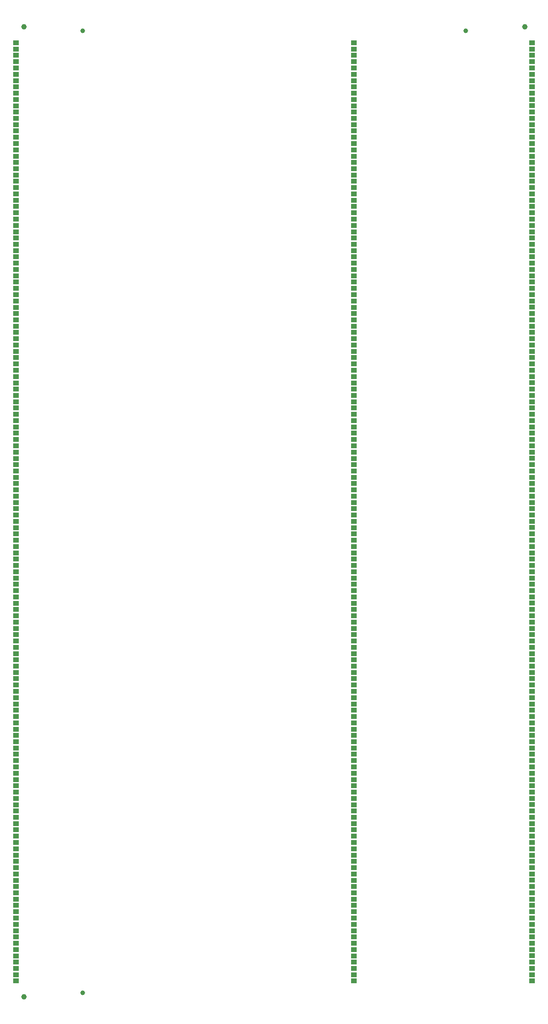
<source format=gbs>
G04 #@! TF.GenerationSoftware,KiCad,Pcbnew,7.0.2-6a45011f42~172~ubuntu22.04.1*
G04 #@! TF.CreationDate,2023-07-04T08:02:55+08:00*
G04 #@! TF.ProjectId,panel_50_1,70616e65-6c5f-4353-905f-312e6b696361,rev?*
G04 #@! TF.SameCoordinates,Original*
G04 #@! TF.FileFunction,Soldermask,Bot*
G04 #@! TF.FilePolarity,Negative*
%FSLAX46Y46*%
G04 Gerber Fmt 4.6, Leading zero omitted, Abs format (unit mm)*
G04 Created by KiCad (PCBNEW 7.0.2-6a45011f42~172~ubuntu22.04.1) date 2023-07-04 08:02:55*
%MOMM*%
%LPD*%
G01*
G04 APERTURE LIST*
%ADD10R,1.200000X1.000000*%
%ADD11C,1.152000*%
%ADD12C,1.000000*%
G04 APERTURE END LIST*
D10*
G04 #@! TO.C,J3*
X72470000Y-115205000D03*
G04 #@! TD*
G04 #@! TO.C,J8*
X823163Y-145880000D03*
G04 #@! TD*
G04 #@! TO.C,J6*
X110240000Y-141875000D03*
G04 #@! TD*
G04 #@! TO.C,J3*
X72470000Y-55205000D03*
G04 #@! TD*
G04 #@! TO.C,J7*
X823163Y-72530000D03*
G04 #@! TD*
G04 #@! TO.C,J3*
X72470000Y-119205000D03*
G04 #@! TD*
G04 #@! TO.C,J2*
X72470000Y-5880000D03*
G04 #@! TD*
G04 #@! TO.C,J2*
X72470000Y-101880000D03*
G04 #@! TD*
G04 #@! TO.C,J2*
X72470000Y-121880000D03*
G04 #@! TD*
G04 #@! TO.C,J2*
X72470000Y-29880000D03*
G04 #@! TD*
G04 #@! TO.C,J9*
X823163Y-143205000D03*
G04 #@! TD*
G04 #@! TO.C,J1*
X72470000Y-12530000D03*
G04 #@! TD*
G04 #@! TO.C,J3*
X72470000Y-95205000D03*
G04 #@! TD*
G04 #@! TO.C,J1*
X72470000Y-124530000D03*
G04 #@! TD*
G04 #@! TO.C,J6*
X110240000Y-33875000D03*
G04 #@! TD*
G04 #@! TO.C,J1*
X72470000Y-148530000D03*
G04 #@! TD*
G04 #@! TO.C,J9*
X823163Y-155205000D03*
G04 #@! TD*
G04 #@! TO.C,J4*
X110240000Y-91200000D03*
G04 #@! TD*
G04 #@! TO.C,J2*
X72470000Y-137880000D03*
G04 #@! TD*
G04 #@! TO.C,J1*
X72470000Y-152530000D03*
G04 #@! TD*
G04 #@! TO.C,J6*
X110240000Y-161875000D03*
G04 #@! TD*
G04 #@! TO.C,J7*
X823163Y-64530000D03*
G04 #@! TD*
G04 #@! TO.C,J6*
X110240000Y-193875000D03*
G04 #@! TD*
G04 #@! TO.C,J2*
X72470000Y-185880000D03*
G04 #@! TD*
G04 #@! TO.C,J8*
X823163Y-17880000D03*
G04 #@! TD*
G04 #@! TO.C,J8*
X823163Y-165880000D03*
G04 #@! TD*
G04 #@! TO.C,J2*
X72470000Y-49880000D03*
G04 #@! TD*
G04 #@! TO.C,J6*
X110240000Y-49875000D03*
G04 #@! TD*
G04 #@! TO.C,J6*
X110240000Y-89875000D03*
G04 #@! TD*
G04 #@! TO.C,J8*
X823163Y-65880000D03*
G04 #@! TD*
G04 #@! TO.C,J8*
X823163Y-189880000D03*
G04 #@! TD*
D11*
G04 #@! TO.C,REF\u002A\u002A*
X2500000Y-207900000D03*
G04 #@! TD*
D10*
G04 #@! TO.C,J6*
X110240000Y-85875000D03*
G04 #@! TD*
G04 #@! TO.C,J3*
X72470000Y-163205000D03*
G04 #@! TD*
G04 #@! TO.C,J6*
X110240000Y-109875000D03*
G04 #@! TD*
G04 #@! TO.C,J5*
X110240000Y-92525000D03*
G04 #@! TD*
G04 #@! TO.C,J6*
X110240000Y-37875000D03*
G04 #@! TD*
G04 #@! TO.C,J9*
X823163Y-87205000D03*
G04 #@! TD*
G04 #@! TO.C,J4*
X110240000Y-63200000D03*
G04 #@! TD*
G04 #@! TO.C,J8*
X823163Y-9880000D03*
G04 #@! TD*
G04 #@! TO.C,J6*
X110240000Y-133875000D03*
G04 #@! TD*
G04 #@! TO.C,J8*
X823163Y-77880000D03*
G04 #@! TD*
G04 #@! TO.C,J5*
X110240000Y-184525000D03*
G04 #@! TD*
G04 #@! TO.C,J7*
X823163Y-88530000D03*
G04 #@! TD*
G04 #@! TO.C,J5*
X110240000Y-116525000D03*
G04 #@! TD*
G04 #@! TO.C,J1*
X72470000Y-52530000D03*
G04 #@! TD*
G04 #@! TO.C,J7*
X823163Y-204530000D03*
G04 #@! TD*
G04 #@! TO.C,J8*
X823163Y-169880000D03*
G04 #@! TD*
D11*
G04 #@! TO.C,REF\u002A\u002A*
X2500000Y-2500000D03*
G04 #@! TD*
D10*
G04 #@! TO.C,J3*
X72470000Y-15205000D03*
G04 #@! TD*
G04 #@! TO.C,J9*
X823163Y-187205000D03*
G04 #@! TD*
G04 #@! TO.C,J7*
X823163Y-148530000D03*
G04 #@! TD*
G04 #@! TO.C,J1*
X72470000Y-144530000D03*
G04 #@! TD*
G04 #@! TO.C,J8*
X823163Y-161880000D03*
G04 #@! TD*
G04 #@! TO.C,J8*
X823163Y-177880000D03*
G04 #@! TD*
G04 #@! TO.C,J3*
X72470000Y-63205000D03*
G04 #@! TD*
G04 #@! TO.C,J1*
X72470000Y-104530000D03*
G04 #@! TD*
G04 #@! TO.C,J4*
X110240000Y-167200000D03*
G04 #@! TD*
G04 #@! TO.C,J9*
X823163Y-123205000D03*
G04 #@! TD*
G04 #@! TO.C,J6*
X110240000Y-197875000D03*
G04 #@! TD*
G04 #@! TO.C,J7*
X823163Y-92530000D03*
G04 #@! TD*
G04 #@! TO.C,J7*
X823163Y-144530000D03*
G04 #@! TD*
G04 #@! TO.C,J5*
X110240000Y-180525000D03*
G04 #@! TD*
G04 #@! TO.C,J8*
X823163Y-45880000D03*
G04 #@! TD*
G04 #@! TO.C,J2*
X72470000Y-21880000D03*
G04 #@! TD*
G04 #@! TO.C,J5*
X110240000Y-84525000D03*
G04 #@! TD*
G04 #@! TO.C,J7*
X823163Y-56530000D03*
G04 #@! TD*
G04 #@! TO.C,J1*
X72470000Y-80530000D03*
G04 #@! TD*
G04 #@! TO.C,J6*
X110240000Y-93875000D03*
G04 #@! TD*
G04 #@! TO.C,J6*
X110240000Y-157875000D03*
G04 #@! TD*
G04 #@! TO.C,J9*
X823163Y-83205000D03*
G04 #@! TD*
G04 #@! TO.C,J7*
X823163Y-168530000D03*
G04 #@! TD*
G04 #@! TO.C,J5*
X110240000Y-68525000D03*
G04 #@! TD*
G04 #@! TO.C,J7*
X823163Y-44530000D03*
G04 #@! TD*
G04 #@! TO.C,J8*
X823163Y-53880000D03*
G04 #@! TD*
G04 #@! TO.C,J2*
X72470000Y-81880000D03*
G04 #@! TD*
G04 #@! TO.C,J8*
X823163Y-173880000D03*
G04 #@! TD*
G04 #@! TO.C,J1*
X72470000Y-112530000D03*
G04 #@! TD*
G04 #@! TO.C,J3*
X72470000Y-167205000D03*
G04 #@! TD*
G04 #@! TO.C,J7*
X823163Y-52530000D03*
G04 #@! TD*
G04 #@! TO.C,J4*
X110240000Y-199200000D03*
G04 #@! TD*
G04 #@! TO.C,J1*
X72470000Y-88530000D03*
G04 #@! TD*
G04 #@! TO.C,J3*
X72470000Y-195205000D03*
G04 #@! TD*
G04 #@! TO.C,J4*
X110240000Y-31200000D03*
G04 #@! TD*
G04 #@! TO.C,J1*
X72470000Y-192530000D03*
G04 #@! TD*
G04 #@! TO.C,J4*
X110240000Y-79200000D03*
G04 #@! TD*
G04 #@! TO.C,J4*
X110240000Y-103200000D03*
G04 #@! TD*
G04 #@! TO.C,J7*
X823163Y-184530000D03*
G04 #@! TD*
G04 #@! TO.C,J6*
X110240000Y-17875000D03*
G04 #@! TD*
G04 #@! TO.C,J5*
X110240000Y-20525000D03*
G04 #@! TD*
G04 #@! TO.C,J7*
X823163Y-60530000D03*
G04 #@! TD*
G04 #@! TO.C,J1*
X72470000Y-188530000D03*
G04 #@! TD*
G04 #@! TO.C,J3*
X72470000Y-87205000D03*
G04 #@! TD*
G04 #@! TO.C,J5*
X110240000Y-144525000D03*
G04 #@! TD*
G04 #@! TO.C,J6*
X110240000Y-137875000D03*
G04 #@! TD*
G04 #@! TO.C,J2*
X72470000Y-9880000D03*
G04 #@! TD*
G04 #@! TO.C,J3*
X72470000Y-171205000D03*
G04 #@! TD*
G04 #@! TO.C,J9*
X823163Y-131205000D03*
G04 #@! TD*
G04 #@! TO.C,J3*
X72470000Y-99205000D03*
G04 #@! TD*
G04 #@! TO.C,J7*
X823163Y-68530000D03*
G04 #@! TD*
G04 #@! TO.C,J5*
X110240000Y-36525000D03*
G04 #@! TD*
G04 #@! TO.C,J8*
X823163Y-13880000D03*
G04 #@! TD*
G04 #@! TO.C,J1*
X72470000Y-176530000D03*
G04 #@! TD*
G04 #@! TO.C,J4*
X110240000Y-195200000D03*
G04 #@! TD*
G04 #@! TO.C,J6*
X110240000Y-25875000D03*
G04 #@! TD*
G04 #@! TO.C,J5*
X110240000Y-64525000D03*
G04 #@! TD*
G04 #@! TO.C,J8*
X823163Y-137880000D03*
G04 #@! TD*
G04 #@! TO.C,J4*
X110240000Y-27200000D03*
G04 #@! TD*
G04 #@! TO.C,J9*
X823163Y-203205000D03*
G04 #@! TD*
G04 #@! TO.C,J4*
X110240000Y-7200000D03*
G04 #@! TD*
G04 #@! TO.C,J8*
X823163Y-21880000D03*
G04 #@! TD*
G04 #@! TO.C,J7*
X823163Y-100530000D03*
G04 #@! TD*
G04 #@! TO.C,J6*
X110240000Y-65875000D03*
G04 #@! TD*
G04 #@! TO.C,J6*
X110240000Y-21875000D03*
G04 #@! TD*
G04 #@! TO.C,J1*
X72470000Y-60530000D03*
G04 #@! TD*
G04 #@! TO.C,J5*
X110240000Y-60525000D03*
G04 #@! TD*
G04 #@! TO.C,J3*
X72470000Y-19205000D03*
G04 #@! TD*
G04 #@! TO.C,J3*
X72470000Y-103205000D03*
G04 #@! TD*
G04 #@! TO.C,J3*
X72470000Y-43205000D03*
G04 #@! TD*
G04 #@! TO.C,J8*
X823163Y-33880000D03*
G04 #@! TD*
G04 #@! TO.C,J5*
X110240000Y-12525000D03*
G04 #@! TD*
G04 #@! TO.C,J5*
X110240000Y-172525000D03*
G04 #@! TD*
G04 #@! TO.C,J6*
X110240000Y-189875000D03*
G04 #@! TD*
G04 #@! TO.C,J2*
X72470000Y-45880000D03*
G04 #@! TD*
G04 #@! TO.C,J5*
X110240000Y-140525000D03*
G04 #@! TD*
G04 #@! TO.C,J6*
X110240000Y-169875000D03*
G04 #@! TD*
G04 #@! TO.C,J7*
X823163Y-156530000D03*
G04 #@! TD*
G04 #@! TO.C,J5*
X110240000Y-136525000D03*
G04 #@! TD*
G04 #@! TO.C,J5*
X110240000Y-160525000D03*
G04 #@! TD*
G04 #@! TO.C,J1*
X72470000Y-28530000D03*
G04 #@! TD*
G04 #@! TO.C,J8*
X823163Y-29880000D03*
G04 #@! TD*
G04 #@! TO.C,J2*
X72470000Y-125880000D03*
G04 #@! TD*
G04 #@! TO.C,J5*
X110240000Y-192525000D03*
G04 #@! TD*
G04 #@! TO.C,J9*
X823163Y-35205000D03*
G04 #@! TD*
G04 #@! TO.C,J3*
X72470000Y-159205000D03*
G04 #@! TD*
G04 #@! TO.C,J3*
X72470000Y-183205000D03*
G04 #@! TD*
G04 #@! TO.C,J6*
X110240000Y-41875000D03*
G04 #@! TD*
G04 #@! TO.C,J9*
X823163Y-55205000D03*
G04 #@! TD*
G04 #@! TO.C,J1*
X72470000Y-184530000D03*
G04 #@! TD*
G04 #@! TO.C,J9*
X823163Y-67205000D03*
G04 #@! TD*
G04 #@! TO.C,J3*
X72470000Y-151205000D03*
G04 #@! TD*
G04 #@! TO.C,J2*
X72470000Y-13880000D03*
G04 #@! TD*
G04 #@! TO.C,J4*
X110240000Y-155200000D03*
G04 #@! TD*
G04 #@! TO.C,J8*
X823163Y-129880000D03*
G04 #@! TD*
G04 #@! TO.C,J7*
X823163Y-200530000D03*
G04 #@! TD*
G04 #@! TO.C,J3*
X72470000Y-147205000D03*
G04 #@! TD*
G04 #@! TO.C,J5*
X110240000Y-120525000D03*
G04 #@! TD*
G04 #@! TO.C,J8*
X823163Y-89880000D03*
G04 #@! TD*
G04 #@! TO.C,J6*
X110240000Y-113875000D03*
G04 #@! TD*
G04 #@! TO.C,J5*
X110240000Y-124525000D03*
G04 #@! TD*
G04 #@! TO.C,J3*
X72470000Y-11205000D03*
G04 #@! TD*
G04 #@! TO.C,J6*
X110240000Y-145875000D03*
G04 #@! TD*
G04 #@! TO.C,J8*
X823163Y-197880000D03*
G04 #@! TD*
G04 #@! TO.C,J2*
X72470000Y-25880000D03*
G04 #@! TD*
G04 #@! TO.C,J1*
X72470000Y-172530000D03*
G04 #@! TD*
G04 #@! TO.C,J1*
X72470000Y-36530000D03*
G04 #@! TD*
G04 #@! TO.C,J6*
X110240000Y-69875000D03*
G04 #@! TD*
G04 #@! TO.C,J6*
X110240000Y-5875000D03*
G04 #@! TD*
G04 #@! TO.C,J6*
X110240000Y-29875000D03*
G04 #@! TD*
G04 #@! TO.C,J9*
X823163Y-107205000D03*
G04 #@! TD*
G04 #@! TO.C,J2*
X72470000Y-141880000D03*
G04 #@! TD*
G04 #@! TO.C,J4*
X110240000Y-71200000D03*
G04 #@! TD*
G04 #@! TO.C,J1*
X72470000Y-8530000D03*
G04 #@! TD*
G04 #@! TO.C,J6*
X110240000Y-173875000D03*
G04 #@! TD*
G04 #@! TO.C,J8*
X823163Y-61880000D03*
G04 #@! TD*
G04 #@! TO.C,J3*
X72470000Y-67205000D03*
G04 #@! TD*
G04 #@! TO.C,J2*
X72470000Y-173880000D03*
G04 #@! TD*
G04 #@! TO.C,J8*
X823163Y-193880000D03*
G04 #@! TD*
G04 #@! TO.C,J3*
X72470000Y-143205000D03*
G04 #@! TD*
G04 #@! TO.C,J9*
X823163Y-27205000D03*
G04 #@! TD*
G04 #@! TO.C,J6*
X110240000Y-153875000D03*
G04 #@! TD*
G04 #@! TO.C,J3*
X72470000Y-31205000D03*
G04 #@! TD*
G04 #@! TO.C,J7*
X823163Y-16530000D03*
G04 #@! TD*
G04 #@! TO.C,J4*
X110240000Y-187200000D03*
G04 #@! TD*
G04 #@! TO.C,J2*
X72470000Y-165880000D03*
G04 #@! TD*
G04 #@! TO.C,J4*
X110240000Y-163200000D03*
G04 #@! TD*
G04 #@! TO.C,J9*
X823163Y-147205000D03*
G04 #@! TD*
G04 #@! TO.C,J5*
X110240000Y-188525000D03*
G04 #@! TD*
G04 #@! TO.C,J1*
X72470000Y-76530000D03*
G04 #@! TD*
G04 #@! TO.C,J7*
X823163Y-124530000D03*
G04 #@! TD*
G04 #@! TO.C,J6*
X110240000Y-149875000D03*
G04 #@! TD*
G04 #@! TO.C,J5*
X110240000Y-8525000D03*
G04 #@! TD*
G04 #@! TO.C,J9*
X823163Y-59205000D03*
G04 #@! TD*
G04 #@! TO.C,J2*
X72470000Y-17880000D03*
G04 #@! TD*
G04 #@! TO.C,J4*
X110240000Y-159200000D03*
G04 #@! TD*
G04 #@! TO.C,J9*
X823163Y-167205000D03*
G04 #@! TD*
G04 #@! TO.C,J3*
X72470000Y-59205000D03*
G04 #@! TD*
G04 #@! TO.C,J2*
X72470000Y-197880000D03*
G04 #@! TD*
G04 #@! TO.C,J4*
X110240000Y-175200000D03*
G04 #@! TD*
G04 #@! TO.C,J3*
X72470000Y-91205000D03*
G04 #@! TD*
G04 #@! TO.C,J1*
X72470000Y-200530000D03*
G04 #@! TD*
G04 #@! TO.C,J5*
X110240000Y-76525000D03*
G04 #@! TD*
G04 #@! TO.C,J6*
X110240000Y-181875000D03*
G04 #@! TD*
G04 #@! TO.C,J1*
X72470000Y-64530000D03*
G04 #@! TD*
G04 #@! TO.C,J9*
X823163Y-63205000D03*
G04 #@! TD*
G04 #@! TO.C,J1*
X72470000Y-196530000D03*
G04 #@! TD*
G04 #@! TO.C,J3*
X72470000Y-35205000D03*
G04 #@! TD*
G04 #@! TO.C,J4*
X110240000Y-143200000D03*
G04 #@! TD*
G04 #@! TO.C,J3*
X72470000Y-107205000D03*
G04 #@! TD*
G04 #@! TO.C,J2*
X72470000Y-133880000D03*
G04 #@! TD*
G04 #@! TO.C,J6*
X110240000Y-57875000D03*
G04 #@! TD*
G04 #@! TO.C,J5*
X110240000Y-28525000D03*
G04 #@! TD*
G04 #@! TO.C,J9*
X823163Y-171205000D03*
G04 #@! TD*
G04 #@! TO.C,J5*
X110240000Y-108525000D03*
G04 #@! TD*
G04 #@! TO.C,J5*
X110240000Y-196525000D03*
G04 #@! TD*
G04 #@! TO.C,J4*
X110240000Y-127200000D03*
G04 #@! TD*
G04 #@! TO.C,J7*
X823163Y-48530000D03*
G04 #@! TD*
G04 #@! TO.C,J7*
X823163Y-196530000D03*
G04 #@! TD*
G04 #@! TO.C,J8*
X823163Y-97880000D03*
G04 #@! TD*
G04 #@! TO.C,J3*
X72470000Y-131205000D03*
G04 #@! TD*
G04 #@! TO.C,J7*
X823163Y-140530000D03*
G04 #@! TD*
G04 #@! TO.C,J8*
X823163Y-85880000D03*
G04 #@! TD*
G04 #@! TO.C,J6*
X110240000Y-101875000D03*
G04 #@! TD*
G04 #@! TO.C,J8*
X823163Y-117880000D03*
G04 #@! TD*
G04 #@! TO.C,J3*
X72470000Y-71205000D03*
G04 #@! TD*
G04 #@! TO.C,J6*
X110240000Y-129875000D03*
G04 #@! TD*
G04 #@! TO.C,J3*
X72470000Y-179205000D03*
G04 #@! TD*
G04 #@! TO.C,J3*
X72470000Y-83205000D03*
G04 #@! TD*
G04 #@! TO.C,J9*
X823163Y-151205000D03*
G04 #@! TD*
G04 #@! TO.C,J5*
X110240000Y-164525000D03*
G04 #@! TD*
G04 #@! TO.C,J9*
X823163Y-31205000D03*
G04 #@! TD*
G04 #@! TO.C,J2*
X72470000Y-65880000D03*
G04 #@! TD*
G04 #@! TO.C,J8*
X823163Y-93880000D03*
G04 #@! TD*
G04 #@! TO.C,J4*
X110240000Y-171200000D03*
G04 #@! TD*
G04 #@! TO.C,J3*
X72470000Y-39205000D03*
G04 #@! TD*
G04 #@! TO.C,J4*
X110240000Y-115200000D03*
G04 #@! TD*
G04 #@! TO.C,J9*
X823163Y-199205000D03*
G04 #@! TD*
G04 #@! TO.C,J7*
X823163Y-84530000D03*
G04 #@! TD*
G04 #@! TO.C,J9*
X823163Y-135205000D03*
G04 #@! TD*
G04 #@! TO.C,J3*
X72470000Y-79205000D03*
G04 #@! TD*
G04 #@! TO.C,J3*
X72470000Y-27205000D03*
G04 #@! TD*
G04 #@! TO.C,J4*
X110240000Y-55200000D03*
G04 #@! TD*
G04 #@! TO.C,J2*
X72470000Y-201880000D03*
G04 #@! TD*
G04 #@! TO.C,J7*
X823163Y-80530000D03*
G04 #@! TD*
G04 #@! TO.C,J3*
X72470000Y-47205000D03*
G04 #@! TD*
G04 #@! TO.C,J2*
X72470000Y-113880000D03*
G04 #@! TD*
G04 #@! TO.C,J2*
X72470000Y-97880000D03*
G04 #@! TD*
G04 #@! TO.C,J9*
X823163Y-115205000D03*
G04 #@! TD*
G04 #@! TO.C,J1*
X72470000Y-108530000D03*
G04 #@! TD*
G04 #@! TO.C,J7*
X823163Y-112530000D03*
G04 #@! TD*
G04 #@! TO.C,J1*
X72470000Y-40530000D03*
G04 #@! TD*
G04 #@! TO.C,J4*
X110240000Y-179200000D03*
G04 #@! TD*
D11*
G04 #@! TO.C,REF\u002A\u002A*
X108690000Y-2500000D03*
G04 #@! TD*
D10*
G04 #@! TO.C,J1*
X72470000Y-136530000D03*
G04 #@! TD*
G04 #@! TO.C,J4*
X110240000Y-67200000D03*
G04 #@! TD*
G04 #@! TO.C,J2*
X72470000Y-189880000D03*
G04 #@! TD*
G04 #@! TO.C,J5*
X110240000Y-72525000D03*
G04 #@! TD*
G04 #@! TO.C,J8*
X823163Y-81880000D03*
G04 #@! TD*
G04 #@! TO.C,J3*
X72470000Y-199205000D03*
G04 #@! TD*
G04 #@! TO.C,J9*
X823163Y-195205000D03*
G04 #@! TD*
G04 #@! TO.C,J7*
X823163Y-172530000D03*
G04 #@! TD*
G04 #@! TO.C,J9*
X823163Y-23205000D03*
G04 #@! TD*
G04 #@! TO.C,J5*
X110240000Y-104525000D03*
G04 #@! TD*
G04 #@! TO.C,J8*
X823163Y-121880000D03*
G04 #@! TD*
G04 #@! TO.C,J2*
X72470000Y-73880000D03*
G04 #@! TD*
G04 #@! TO.C,J2*
X72470000Y-153880000D03*
G04 #@! TD*
G04 #@! TO.C,J4*
X110240000Y-203200000D03*
G04 #@! TD*
G04 #@! TO.C,J3*
X72470000Y-75205000D03*
G04 #@! TD*
G04 #@! TO.C,J7*
X823163Y-132530000D03*
G04 #@! TD*
G04 #@! TO.C,J9*
X823163Y-75205000D03*
G04 #@! TD*
G04 #@! TO.C,J8*
X823163Y-49880000D03*
G04 #@! TD*
G04 #@! TO.C,J9*
X823163Y-163205000D03*
G04 #@! TD*
G04 #@! TO.C,J1*
X72470000Y-164530000D03*
G04 #@! TD*
G04 #@! TO.C,J4*
X110240000Y-107200000D03*
G04 #@! TD*
G04 #@! TO.C,J9*
X823163Y-191205000D03*
G04 #@! TD*
G04 #@! TO.C,J1*
X72470000Y-84530000D03*
G04 #@! TD*
G04 #@! TO.C,J3*
X72470000Y-51205000D03*
G04 #@! TD*
G04 #@! TO.C,J5*
X110240000Y-128525000D03*
G04 #@! TD*
G04 #@! TO.C,J2*
X72470000Y-53880000D03*
G04 #@! TD*
G04 #@! TO.C,J4*
X110240000Y-191200000D03*
G04 #@! TD*
G04 #@! TO.C,J4*
X110240000Y-23200000D03*
G04 #@! TD*
G04 #@! TO.C,J3*
X72470000Y-7205000D03*
G04 #@! TD*
G04 #@! TO.C,J5*
X110240000Y-96525000D03*
G04 #@! TD*
G04 #@! TO.C,J7*
X823163Y-104530000D03*
G04 #@! TD*
G04 #@! TO.C,J8*
X823163Y-101880000D03*
G04 #@! TD*
G04 #@! TO.C,J3*
X72470000Y-155205000D03*
G04 #@! TD*
G04 #@! TO.C,J9*
X823163Y-19205000D03*
G04 #@! TD*
G04 #@! TO.C,J8*
X823163Y-37880000D03*
G04 #@! TD*
G04 #@! TO.C,J1*
X72470000Y-56530000D03*
G04 #@! TD*
G04 #@! TO.C,J4*
X110240000Y-111200000D03*
G04 #@! TD*
G04 #@! TO.C,J2*
X72470000Y-177880000D03*
G04 #@! TD*
G04 #@! TO.C,J3*
X72470000Y-187205000D03*
G04 #@! TD*
G04 #@! TO.C,J4*
X110240000Y-147200000D03*
G04 #@! TD*
G04 #@! TO.C,J9*
X823163Y-71205000D03*
G04 #@! TD*
G04 #@! TO.C,J4*
X110240000Y-35200000D03*
G04 #@! TD*
G04 #@! TO.C,J7*
X823163Y-152530000D03*
G04 #@! TD*
G04 #@! TO.C,J7*
X823163Y-176530000D03*
G04 #@! TD*
G04 #@! TO.C,J2*
X72470000Y-109880000D03*
G04 #@! TD*
G04 #@! TO.C,J1*
X72470000Y-16530000D03*
G04 #@! TD*
G04 #@! TO.C,J3*
X72470000Y-191205000D03*
G04 #@! TD*
G04 #@! TO.C,J6*
X110240000Y-97875000D03*
G04 #@! TD*
G04 #@! TO.C,J2*
X72470000Y-85880000D03*
G04 #@! TD*
G04 #@! TO.C,J4*
X110240000Y-43200000D03*
G04 #@! TD*
G04 #@! TO.C,J6*
X110240000Y-185875000D03*
G04 #@! TD*
G04 #@! TO.C,J2*
X72470000Y-33880000D03*
G04 #@! TD*
G04 #@! TO.C,J8*
X823163Y-109880000D03*
G04 #@! TD*
G04 #@! TO.C,J5*
X110240000Y-148525000D03*
G04 #@! TD*
G04 #@! TO.C,J5*
X110240000Y-204525000D03*
G04 #@! TD*
G04 #@! TO.C,J8*
X823163Y-41880000D03*
G04 #@! TD*
G04 #@! TO.C,J5*
X110240000Y-52525000D03*
G04 #@! TD*
G04 #@! TO.C,J6*
X110240000Y-105875000D03*
G04 #@! TD*
G04 #@! TO.C,J3*
X72470000Y-203205000D03*
G04 #@! TD*
G04 #@! TO.C,J7*
X823163Y-116530000D03*
G04 #@! TD*
G04 #@! TO.C,J2*
X72470000Y-145880000D03*
G04 #@! TD*
G04 #@! TO.C,J4*
X110240000Y-39200000D03*
G04 #@! TD*
G04 #@! TO.C,J6*
X110240000Y-201875000D03*
G04 #@! TD*
G04 #@! TO.C,J7*
X823163Y-136530000D03*
G04 #@! TD*
G04 #@! TO.C,J4*
X110240000Y-19200000D03*
G04 #@! TD*
G04 #@! TO.C,J8*
X823163Y-133880000D03*
G04 #@! TD*
G04 #@! TO.C,J6*
X110240000Y-73875000D03*
G04 #@! TD*
G04 #@! TO.C,J7*
X823163Y-160530000D03*
G04 #@! TD*
G04 #@! TO.C,J5*
X110240000Y-56525000D03*
G04 #@! TD*
G04 #@! TO.C,J9*
X823163Y-79205000D03*
G04 #@! TD*
G04 #@! TO.C,J2*
X72470000Y-105880000D03*
G04 #@! TD*
G04 #@! TO.C,J8*
X823163Y-5880000D03*
G04 #@! TD*
G04 #@! TO.C,J4*
X110240000Y-119200000D03*
G04 #@! TD*
G04 #@! TO.C,J4*
X110240000Y-59200000D03*
G04 #@! TD*
G04 #@! TO.C,J3*
X72470000Y-123205000D03*
G04 #@! TD*
G04 #@! TO.C,J2*
X72470000Y-89880000D03*
G04 #@! TD*
G04 #@! TO.C,J7*
X823163Y-12530000D03*
G04 #@! TD*
G04 #@! TO.C,J8*
X823163Y-149880000D03*
G04 #@! TD*
G04 #@! TO.C,J7*
X823163Y-76530000D03*
G04 #@! TD*
G04 #@! TO.C,J9*
X823163Y-11205000D03*
G04 #@! TD*
G04 #@! TO.C,J9*
X823163Y-179205000D03*
G04 #@! TD*
G04 #@! TO.C,J1*
X72470000Y-156530000D03*
G04 #@! TD*
G04 #@! TO.C,J8*
X823163Y-105880000D03*
G04 #@! TD*
G04 #@! TO.C,J9*
X823163Y-91205000D03*
G04 #@! TD*
G04 #@! TO.C,J4*
X110240000Y-151200000D03*
G04 #@! TD*
G04 #@! TO.C,J2*
X72470000Y-181880000D03*
G04 #@! TD*
G04 #@! TO.C,J6*
X110240000Y-61875000D03*
G04 #@! TD*
G04 #@! TO.C,J1*
X72470000Y-68530000D03*
G04 #@! TD*
G04 #@! TO.C,J1*
X72470000Y-24530000D03*
G04 #@! TD*
G04 #@! TO.C,J9*
X823163Y-139205000D03*
G04 #@! TD*
G04 #@! TO.C,J8*
X823163Y-201880000D03*
G04 #@! TD*
G04 #@! TO.C,J7*
X823163Y-20530000D03*
G04 #@! TD*
G04 #@! TO.C,J7*
X823163Y-32530000D03*
G04 #@! TD*
G04 #@! TO.C,J7*
X823163Y-180530000D03*
G04 #@! TD*
G04 #@! TO.C,J3*
X72470000Y-139205000D03*
G04 #@! TD*
G04 #@! TO.C,J8*
X823163Y-125880000D03*
G04 #@! TD*
G04 #@! TO.C,J9*
X823163Y-47205000D03*
G04 #@! TD*
G04 #@! TO.C,J7*
X823163Y-8530000D03*
G04 #@! TD*
G04 #@! TO.C,J5*
X110240000Y-48525000D03*
G04 #@! TD*
G04 #@! TO.C,J9*
X823163Y-119205000D03*
G04 #@! TD*
G04 #@! TO.C,J1*
X72470000Y-72530000D03*
G04 #@! TD*
G04 #@! TO.C,J9*
X823163Y-111205000D03*
G04 #@! TD*
G04 #@! TO.C,J3*
X72470000Y-127205000D03*
G04 #@! TD*
G04 #@! TO.C,J9*
X823163Y-95205000D03*
G04 #@! TD*
G04 #@! TO.C,J1*
X72470000Y-116530000D03*
G04 #@! TD*
G04 #@! TO.C,J7*
X823163Y-24530000D03*
G04 #@! TD*
G04 #@! TO.C,J1*
X72470000Y-100530000D03*
G04 #@! TD*
G04 #@! TO.C,J8*
X823163Y-25880000D03*
G04 #@! TD*
G04 #@! TO.C,J1*
X72470000Y-132530000D03*
G04 #@! TD*
G04 #@! TO.C,J6*
X110240000Y-45875000D03*
G04 #@! TD*
G04 #@! TO.C,J6*
X110240000Y-13875000D03*
G04 #@! TD*
G04 #@! TO.C,J5*
X110240000Y-44525000D03*
G04 #@! TD*
G04 #@! TO.C,J1*
X72470000Y-32530000D03*
G04 #@! TD*
G04 #@! TO.C,J6*
X110240000Y-77875000D03*
G04 #@! TD*
G04 #@! TO.C,J1*
X72470000Y-204530000D03*
G04 #@! TD*
G04 #@! TO.C,J5*
X110240000Y-168525000D03*
G04 #@! TD*
G04 #@! TO.C,J4*
X110240000Y-95200000D03*
G04 #@! TD*
G04 #@! TO.C,J5*
X110240000Y-24525000D03*
G04 #@! TD*
G04 #@! TO.C,J2*
X72470000Y-57880000D03*
G04 #@! TD*
G04 #@! TO.C,J5*
X110240000Y-88525000D03*
G04 #@! TD*
G04 #@! TO.C,J4*
X110240000Y-83200000D03*
G04 #@! TD*
G04 #@! TO.C,J4*
X110240000Y-99200000D03*
G04 #@! TD*
G04 #@! TO.C,J6*
X110240000Y-121875000D03*
G04 #@! TD*
G04 #@! TO.C,J5*
X110240000Y-16525000D03*
G04 #@! TD*
G04 #@! TO.C,J6*
X110240000Y-165875000D03*
G04 #@! TD*
G04 #@! TO.C,J2*
X72470000Y-117880000D03*
G04 #@! TD*
G04 #@! TO.C,J8*
X823163Y-113880000D03*
G04 #@! TD*
G04 #@! TO.C,J6*
X110240000Y-9875000D03*
G04 #@! TD*
G04 #@! TO.C,J5*
X110240000Y-176525000D03*
G04 #@! TD*
G04 #@! TO.C,J1*
X72470000Y-92530000D03*
G04 #@! TD*
G04 #@! TO.C,J7*
X823163Y-192530000D03*
G04 #@! TD*
G04 #@! TO.C,J2*
X72470000Y-61880000D03*
G04 #@! TD*
G04 #@! TO.C,J3*
X72470000Y-135205000D03*
G04 #@! TD*
G04 #@! TO.C,J5*
X110240000Y-152525000D03*
G04 #@! TD*
G04 #@! TO.C,J2*
X72470000Y-77880000D03*
G04 #@! TD*
G04 #@! TO.C,J2*
X72470000Y-37880000D03*
G04 #@! TD*
G04 #@! TO.C,J7*
X823163Y-120530000D03*
G04 #@! TD*
G04 #@! TO.C,J8*
X823163Y-69880000D03*
G04 #@! TD*
G04 #@! TO.C,J1*
X72470000Y-168530000D03*
G04 #@! TD*
G04 #@! TO.C,J9*
X823163Y-159205000D03*
G04 #@! TD*
G04 #@! TO.C,J8*
X823163Y-57880000D03*
G04 #@! TD*
G04 #@! TO.C,J1*
X72470000Y-48530000D03*
G04 #@! TD*
G04 #@! TO.C,J1*
X72470000Y-44530000D03*
G04 #@! TD*
G04 #@! TO.C,J7*
X823163Y-96530000D03*
G04 #@! TD*
G04 #@! TO.C,J4*
X110240000Y-15200000D03*
G04 #@! TD*
G04 #@! TO.C,J4*
X110240000Y-123200000D03*
G04 #@! TD*
G04 #@! TO.C,J1*
X72470000Y-120530000D03*
G04 #@! TD*
G04 #@! TO.C,J7*
X823163Y-188530000D03*
G04 #@! TD*
G04 #@! TO.C,J5*
X110240000Y-100525000D03*
G04 #@! TD*
G04 #@! TO.C,J4*
X110240000Y-131200000D03*
G04 #@! TD*
G04 #@! TO.C,J8*
X823163Y-153880000D03*
G04 #@! TD*
G04 #@! TO.C,J1*
X72470000Y-180530000D03*
G04 #@! TD*
G04 #@! TO.C,J4*
X110240000Y-139200000D03*
G04 #@! TD*
G04 #@! TO.C,J7*
X823163Y-108530000D03*
G04 #@! TD*
G04 #@! TO.C,J6*
X110240000Y-117875000D03*
G04 #@! TD*
G04 #@! TO.C,J8*
X823163Y-141880000D03*
G04 #@! TD*
G04 #@! TO.C,J4*
X110240000Y-75200000D03*
G04 #@! TD*
G04 #@! TO.C,J6*
X110240000Y-53875000D03*
G04 #@! TD*
G04 #@! TO.C,J5*
X110240000Y-112525000D03*
G04 #@! TD*
G04 #@! TO.C,J8*
X823163Y-157880000D03*
G04 #@! TD*
G04 #@! TO.C,J7*
X823163Y-128530000D03*
G04 #@! TD*
G04 #@! TO.C,J7*
X823163Y-28530000D03*
G04 #@! TD*
G04 #@! TO.C,J1*
X72470000Y-128530000D03*
G04 #@! TD*
G04 #@! TO.C,J9*
X823163Y-99205000D03*
G04 #@! TD*
G04 #@! TO.C,J2*
X72470000Y-169880000D03*
G04 #@! TD*
G04 #@! TO.C,J9*
X823163Y-103205000D03*
G04 #@! TD*
G04 #@! TO.C,J9*
X823163Y-7205000D03*
G04 #@! TD*
G04 #@! TO.C,J6*
X110240000Y-81875000D03*
G04 #@! TD*
G04 #@! TO.C,J6*
X110240000Y-125875000D03*
G04 #@! TD*
G04 #@! TO.C,J7*
X823163Y-164530000D03*
G04 #@! TD*
G04 #@! TO.C,J9*
X823163Y-51205000D03*
G04 #@! TD*
G04 #@! TO.C,J4*
X110240000Y-11200000D03*
G04 #@! TD*
G04 #@! TO.C,J5*
X110240000Y-200525000D03*
G04 #@! TD*
G04 #@! TO.C,J5*
X110240000Y-80525000D03*
G04 #@! TD*
G04 #@! TO.C,J1*
X72470000Y-20530000D03*
G04 #@! TD*
G04 #@! TO.C,J9*
X823163Y-15205000D03*
G04 #@! TD*
G04 #@! TO.C,J7*
X823163Y-36530000D03*
G04 #@! TD*
G04 #@! TO.C,J2*
X72470000Y-93880000D03*
G04 #@! TD*
G04 #@! TO.C,J4*
X110240000Y-135200000D03*
G04 #@! TD*
G04 #@! TO.C,J3*
X72470000Y-23205000D03*
G04 #@! TD*
G04 #@! TO.C,J5*
X110240000Y-156525000D03*
G04 #@! TD*
G04 #@! TO.C,J4*
X110240000Y-183200000D03*
G04 #@! TD*
G04 #@! TO.C,J4*
X110240000Y-47200000D03*
G04 #@! TD*
G04 #@! TO.C,J3*
X72470000Y-111205000D03*
G04 #@! TD*
G04 #@! TO.C,J6*
X110240000Y-177875000D03*
G04 #@! TD*
G04 #@! TO.C,J9*
X823163Y-43205000D03*
G04 #@! TD*
G04 #@! TO.C,J2*
X72470000Y-129880000D03*
G04 #@! TD*
G04 #@! TO.C,J5*
X110240000Y-132525000D03*
G04 #@! TD*
G04 #@! TO.C,J1*
X72470000Y-96530000D03*
G04 #@! TD*
G04 #@! TO.C,J8*
X823163Y-185880000D03*
G04 #@! TD*
G04 #@! TO.C,J2*
X72470000Y-161880000D03*
G04 #@! TD*
G04 #@! TO.C,J9*
X823163Y-39205000D03*
G04 #@! TD*
G04 #@! TO.C,J4*
X110240000Y-51200000D03*
G04 #@! TD*
G04 #@! TO.C,J9*
X823163Y-127205000D03*
G04 #@! TD*
G04 #@! TO.C,J8*
X823163Y-73880000D03*
G04 #@! TD*
G04 #@! TO.C,J2*
X72470000Y-41880000D03*
G04 #@! TD*
G04 #@! TO.C,J2*
X72470000Y-157880000D03*
G04 #@! TD*
G04 #@! TO.C,J3*
X72470000Y-175205000D03*
G04 #@! TD*
G04 #@! TO.C,J9*
X823163Y-183205000D03*
G04 #@! TD*
G04 #@! TO.C,J2*
X72470000Y-193880000D03*
G04 #@! TD*
G04 #@! TO.C,J5*
X110240000Y-40525000D03*
G04 #@! TD*
G04 #@! TO.C,J8*
X823163Y-181880000D03*
G04 #@! TD*
G04 #@! TO.C,J9*
X823163Y-175205000D03*
G04 #@! TD*
G04 #@! TO.C,J7*
X823163Y-40530000D03*
G04 #@! TD*
G04 #@! TO.C,J1*
X72470000Y-140530000D03*
G04 #@! TD*
G04 #@! TO.C,J2*
X72470000Y-69880000D03*
G04 #@! TD*
G04 #@! TO.C,J5*
X110240000Y-32525000D03*
G04 #@! TD*
G04 #@! TO.C,J1*
X72470000Y-160530000D03*
G04 #@! TD*
G04 #@! TO.C,J4*
X110240000Y-87200000D03*
G04 #@! TD*
G04 #@! TO.C,J2*
X72470000Y-149880000D03*
G04 #@! TD*
D12*
G04 #@! TO.C,REF\u002A\u002A*
X96190000Y-3350000D03*
G04 #@! TD*
G04 #@! TO.C,REF\u002A\u002A*
X15000000Y-207050000D03*
G04 #@! TD*
G04 #@! TO.C,REF\u002A\u002A*
X15000000Y-3350000D03*
G04 #@! TD*
M02*

</source>
